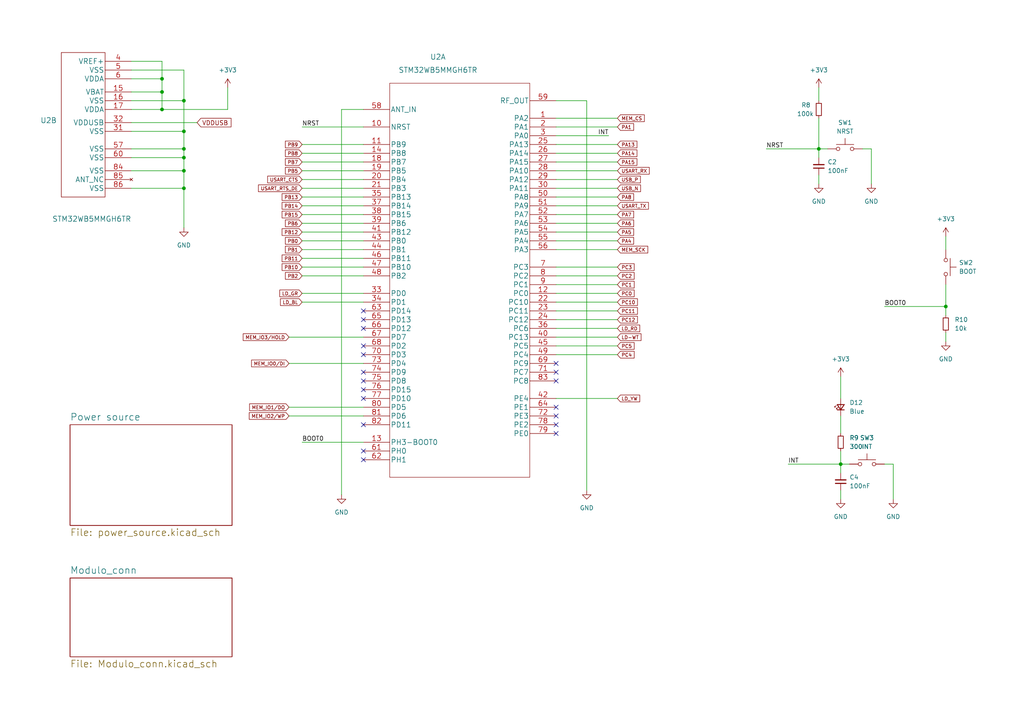
<source format=kicad_sch>
(kicad_sch (version 20211123) (generator eeschema)
  (paper "A4")
  (lib_symbols
    (symbol "Device:C_Small" (pin_numbers hide) (pin_names (offset 0.254) hide)
      (property "Reference" "C" (at 0.254 1.778 0))
      (property "Value" "C_Small" (at 0.254 -2.032 0))
      (symbol "C_Small_0_1"
        (polyline (pts (xy -1.524 -0.508) (xy 1.524 -0.508)) (stroke (width 0.3302)))
        (polyline (pts (xy -1.524 0.508) (xy 1.524 0.508)) (stroke (width 0.3048)))
      )
      (symbol "C_Small_1_1"
        (pin passive line (at 0 2.54 270) (length 2.032) (name "~") (number "1"))
        (pin passive line (at 0 -2.54 90) (length 2.032) (name "~") (number "2"))
      )
    )
    (symbol "Device:LED_Small" (pin_numbers hide) (pin_names (offset 0.254) hide)
      (property "Reference" "D" (at -1.27 3.175 0))
      (property "Value" "LED_Small" (at -4.445 -2.54 0))
      (symbol "LED_Small_0_1"
        (polyline (pts (xy -0.762 -1.016) (xy -0.762 1.016)) (stroke (width 0.254)))
        (polyline (pts (xy 1.016 0) (xy -0.762 0)))
        (polyline (pts (xy 0.762 -1.016) (xy -0.762 0) (xy 0.762 1.016) (xy 0.762 -1.016)) (stroke (width 0.254)))
        (polyline (pts (xy 0 0.762) (xy -0.508 1.27) (xy -0.254 1.27) (xy -0.508 1.27) (xy -0.508 1.016)))
        (polyline (pts (xy 0.508 1.27) (xy 0 1.778) (xy 0.254 1.778) (xy 0 1.778) (xy 0 1.524)))
      )
      (symbol "LED_Small_1_1"
        (pin passive line (at -2.54 0 0) (length 1.778) (name "K") (number "1"))
        (pin passive line (at 2.54 0 180) (length 1.778) (name "A") (number "2"))
      )
    )
    (symbol "Device:R_Small" (pin_numbers hide) (pin_names (offset 0.254) hide)
      (property "Reference" "R" (at 0.762 0.508 0))
      (property "Value" "R_Small" (at 0.762 -1.016 0))
      (symbol "R_Small_0_1"
        (rectangle (start -0.762 1.778) (end 0.762 -1.778) (stroke (width 0.2032)))
      )
      (symbol "R_Small_1_1"
        (pin passive line (at 0 2.54 270) (length 0.762) (name "~") (number "1"))
        (pin passive line (at 0 -2.54 90) (length 0.762) (name "~") (number "2"))
      )
    )
    (symbol "STM32WB5MMGH6TR:STM32WB5MMGH6TR" (pin_names (offset 0.254))
      (property "Reference" "U" (at -5.08 17.78 0))
      (property "Value" "STM32WB5MMGH6TR" (at -5.08 15.24 0))
      (symbol "STM32WB5MMGH6TR_0_1"
        (rectangle (start -5.08 -31.75) (end 7.62 10.16))
      )
      (symbol "STM32WB5MMGH6TR_1_1"
        (polyline (pts (xy 7.62 -106.68) (xy 48.26 -106.68)) (stroke (width 0.127)))
        (polyline (pts (xy 7.62 7.62) (xy 7.62 -106.68)) (stroke (width 0.127)))
        (polyline (pts (xy 48.26 -106.68) (xy 48.26 7.62)) (stroke (width 0.127)))
        (polyline (pts (xy 48.26 7.62) (xy 7.62 7.62)) (stroke (width 0.127)))
        (pin bidirectional line (at 55.88 -2.54 180) (length 7.62) (name "PA2") (number "1"))
        (pin bidirectional line (at 0 -5.08 0) (length 7.62) (name "NRST") (number "10"))
        (pin bidirectional line (at 0 -10.16 0) (length 7.62) (name "PB9") (number "11"))
        (pin bidirectional line (at 55.88 -53.34 180) (length 7.62) (name "PC0") (number "12"))
        (pin bidirectional line (at 0 -96.52 0) (length 7.62) (name "PH3-BOOT0") (number "13"))
        (pin bidirectional line (at 0 -12.7 0) (length 7.62) (name "PB8") (number "14"))
        (pin bidirectional line (at 0 -15.24 0) (length 7.62) (name "PB7") (number "18"))
        (pin bidirectional line (at 0 -17.78 0) (length 7.62) (name "PB5") (number "19"))
        (pin bidirectional line (at 55.88 -5.08 180) (length 7.62) (name "PA1") (number "2"))
        (pin bidirectional line (at 0 -20.32 0) (length 7.62) (name "PB4") (number "20"))
        (pin bidirectional line (at 0 -22.86 0) (length 7.62) (name "PB3") (number "21"))
        (pin bidirectional line (at 55.88 -55.88 180) (length 7.62) (name "PC10") (number "22"))
        (pin bidirectional line (at 55.88 -58.42 180) (length 7.62) (name "PC11") (number "23"))
        (pin bidirectional line (at 55.88 -60.96 180) (length 7.62) (name "PC12") (number "24"))
        (pin bidirectional line (at 55.88 -10.16 180) (length 7.62) (name "PA13") (number "25"))
        (pin bidirectional line (at 55.88 -12.7 180) (length 7.62) (name "PA14") (number "26"))
        (pin bidirectional line (at 55.88 -15.24 180) (length 7.62) (name "PA15") (number "27"))
        (pin bidirectional line (at 55.88 -17.78 180) (length 7.62) (name "PA10") (number "28"))
        (pin bidirectional line (at 55.88 -20.32 180) (length 7.62) (name "PA12") (number "29"))
        (pin bidirectional line (at 55.88 -7.62 180) (length 7.62) (name "PA0") (number "3"))
        (pin bidirectional line (at 55.88 -22.86 180) (length 7.62) (name "PA11") (number "30"))
        (pin bidirectional line (at 0 -53.34 0) (length 7.62) (name "PD0") (number "33"))
        (pin bidirectional line (at 0 -55.88 0) (length 7.62) (name "PD1") (number "34"))
        (pin bidirectional line (at 0 -25.4 0) (length 7.62) (name "PB13") (number "35"))
        (pin bidirectional line (at 55.88 -63.5 180) (length 7.62) (name "PC6") (number "36"))
        (pin bidirectional line (at 0 -27.94 0) (length 7.62) (name "PB14") (number "37"))
        (pin bidirectional line (at 0 -30.48 0) (length 7.62) (name "PB15") (number "38"))
        (pin bidirectional line (at 0 -33.02 0) (length 7.62) (name "PB6") (number "39"))
        (pin bidirectional line (at 55.88 -66.04 180) (length 7.62) (name "PC13") (number "40"))
        (pin bidirectional line (at 0 -35.56 0) (length 7.62) (name "PB12") (number "41"))
        (pin bidirectional line (at 55.88 -83.82 180) (length 7.62) (name "PE4") (number "42"))
        (pin bidirectional line (at 0 -38.1 0) (length 7.62) (name "PB0") (number "43"))
        (pin bidirectional line (at 0 -40.64 0) (length 7.62) (name "PB1") (number "44"))
        (pin bidirectional line (at 55.88 -68.58 180) (length 7.62) (name "PC5") (number "45"))
        (pin bidirectional line (at 0 -43.18 0) (length 7.62) (name "PB11") (number "46"))
        (pin bidirectional line (at 0 -45.72 0) (length 7.62) (name "PB10") (number "47"))
        (pin bidirectional line (at 0 -48.26 0) (length 7.62) (name "PB2") (number "48"))
        (pin bidirectional line (at 55.88 -71.12 180) (length 7.62) (name "PC4") (number "49"))
        (pin bidirectional line (at 55.88 -25.4 180) (length 7.62) (name "PA8") (number "50"))
        (pin bidirectional line (at 55.88 -27.94 180) (length 7.62) (name "PA9") (number "51"))
        (pin bidirectional line (at 55.88 -30.48 180) (length 7.62) (name "PA7") (number "52"))
        (pin bidirectional line (at 55.88 -33.02 180) (length 7.62) (name "PA6") (number "53"))
        (pin bidirectional line (at 55.88 -35.56 180) (length 7.62) (name "PA5") (number "54"))
        (pin bidirectional line (at 55.88 -38.1 180) (length 7.62) (name "PA4") (number "55"))
        (pin bidirectional line (at 55.88 -40.64 180) (length 7.62) (name "PA3") (number "56"))
        (pin input line (at 0 0 0) (length 7.62) (name "ANT_IN") (number "58"))
        (pin output line (at 55.88 2.54 180) (length 7.62) (name "RF_OUT") (number "59"))
        (pin bidirectional line (at 0 -99.06 0) (length 7.62) (name "PH0") (number "61"))
        (pin bidirectional line (at 0 -101.6 0) (length 7.62) (name "PH1") (number "62"))
        (pin bidirectional line (at 0 -58.42 0) (length 7.62) (name "PD14") (number "63"))
        (pin bidirectional line (at 55.88 -86.36 180) (length 7.62) (name "PE1") (number "64"))
        (pin bidirectional line (at 0 -60.96 0) (length 7.62) (name "PD13") (number "65"))
        (pin bidirectional line (at 0 -63.5 0) (length 7.62) (name "PD12") (number "66"))
        (pin bidirectional line (at 0 -66.04 0) (length 7.62) (name "PD7") (number "67"))
        (pin bidirectional line (at 0 -68.58 0) (length 7.62) (name "PD2") (number "68"))
        (pin bidirectional line (at 55.88 -73.66 180) (length 7.62) (name "PC9") (number "69"))
        (pin bidirectional line (at 55.88 -45.72 180) (length 7.62) (name "PC3") (number "7"))
        (pin bidirectional line (at 0 -71.12 0) (length 7.62) (name "PD3") (number "70"))
        (pin bidirectional line (at 55.88 -76.2 180) (length 7.62) (name "PC7") (number "71"))
        (pin bidirectional line (at 55.88 -88.9 180) (length 7.62) (name "PE3") (number "72"))
        (pin bidirectional line (at 0 -73.66 0) (length 7.62) (name "PD4") (number "73"))
        (pin bidirectional line (at 0 -76.2 0) (length 7.62) (name "PD9") (number "74"))
        (pin bidirectional line (at 0 -78.74 0) (length 7.62) (name "PD8") (number "75"))
        (pin bidirectional line (at 0 -81.28 0) (length 7.62) (name "PD15") (number "76"))
        (pin bidirectional line (at 0 -83.82 0) (length 7.62) (name "PD10") (number "77"))
        (pin bidirectional line (at 55.88 -91.44 180) (length 7.62) (name "PE2") (number "78"))
        (pin bidirectional line (at 55.88 -93.98 180) (length 7.62) (name "PE0") (number "79"))
        (pin bidirectional line (at 55.88 -48.26 180) (length 7.62) (name "PC2") (number "8"))
        (pin bidirectional line (at 0 -86.36 0) (length 7.62) (name "PD5") (number "80"))
        (pin bidirectional line (at 0 -88.9 0) (length 7.62) (name "PD6") (number "81"))
        (pin bidirectional line (at 0 -91.44 0) (length 7.62) (name "PD11") (number "82"))
        (pin bidirectional line (at 55.88 -78.74 180) (length 7.62) (name "PC8") (number "83"))
        (pin bidirectional line (at 55.88 -50.8 180) (length 7.62) (name "PC1") (number "9"))
      )
      (symbol "STM32WB5MMGH6TR_2_1"
        (pin power_in line (at -12.7 -1.27 0) (length 7.62) (name "VBAT") (number "15"))
        (pin power_in line (at -12.7 -3.81 0) (length 7.62) (name "VSS") (number "16"))
        (pin power_in line (at -12.7 -6.35 0) (length 7.62) (name "VDDA") (number "17"))
        (pin power_in line (at -12.7 -12.7 0) (length 7.62) (name "VSS") (number "31"))
        (pin power_in line (at -12.7 -10.16 0) (length 7.62) (name "VDDUSB") (number "32"))
        (pin power_in line (at -12.7 7.62 0) (length 7.62) (name "VREF+") (number "4"))
        (pin power_in line (at -12.7 5.08 0) (length 7.62) (name "VSS") (number "5"))
        (pin power_in line (at -12.7 -17.78 0) (length 7.62) (name "VSS") (number "57"))
        (pin power_in line (at -12.7 2.54 0) (length 7.62) (name "VDDA") (number "6"))
        (pin power_in line (at -12.7 -20.32 0) (length 7.62) (name "VSS") (number "60"))
        (pin power_in line (at -12.7 -24.13 0) (length 7.62) (name "VSS") (number "84"))
        (pin no_connect line (at -12.7 -26.67 0) (length 7.62) (name "ANT_NC") (number "85"))
        (pin power_in line (at -12.7 -29.21 0) (length 7.62) (name "VSS") (number "86"))
      )
    )
    (symbol "STM32WB5MMGH6TR_1" (pin_names (offset 0.254))
      (property "Reference" "U" (at -5.08 17.78 0))
      (property "Value" "STM32WB5MMGH6TR_1" (at -5.08 15.24 0))
      (symbol "STM32WB5MMGH6TR_1_1_1"
        (polyline (pts (xy 7.62 -106.68) (xy 48.26 -106.68)) (stroke (width 0.127)))
        (polyline (pts (xy 7.62 7.62) (xy 7.62 -106.68)) (stroke (width 0.127)))
        (polyline (pts (xy 48.26 -106.68) (xy 48.26 7.62)) (stroke (width 0.127)))
        (polyline (pts (xy 48.26 7.62) (xy 7.62 7.62)) (stroke (width 0.127)))
        (pin bidirectional line (at 55.88 -2.54 180) (length 7.62) (name "PA2") (number "1"))
        (pin bidirectional line (at 0 -5.08 0) (length 7.62) (name "NRST") (number "10"))
        (pin bidirectional line (at 0 -10.16 0) (length 7.62) (name "PB9") (number "11"))
        (pin bidirectional line (at 55.88 -53.34 180) (length 7.62) (name "PC0") (number "12"))
        (pin bidirectional line (at 0 -96.52 0) (length 7.62) (name "PH3-BOOT0") (number "13"))
        (pin bidirectional line (at 0 -12.7 0) (length 7.62) (name "PB8") (number "14"))
        (pin bidirectional line (at 0 -15.24 0) (length 7.62) (name "PB7") (number "18"))
        (pin bidirectional line (at 0 -17.78 0) (length 7.62) (name "PB5") (number "19"))
        (pin bidirectional line (at 55.88 -5.08 180) (length 7.62) (name "PA1") (number "2"))
        (pin bidirectional line (at 0 -20.32 0) (length 7.62) (name "PB4") (number "20"))
        (pin bidirectional line (at 0 -22.86 0) (length 7.62) (name "PB3") (number "21"))
        (pin bidirectional line (at 55.88 -55.88 180) (length 7.62) (name "PC10") (number "22"))
        (pin bidirectional line (at 55.88 -58.42 180) (length 7.62) (name "PC11") (number "23"))
        (pin bidirectional line (at 55.88 -60.96 180) (length 7.62) (name "PC12") (number "24"))
        (pin bidirectional line (at 55.88 -10.16 180) (length 7.62) (name "PA13") (number "25"))
        (pin bidirectional line (at 55.88 -12.7 180) (length 7.62) (name "PA14") (number "26"))
        (pin bidirectional line (at 55.88 -15.24 180) (length 7.62) (name "PA15") (number "27"))
        (pin bidirectional line (at 55.88 -17.78 180) (length 7.62) (name "PA10") (number "28"))
        (pin bidirectional line (at 55.88 -20.32 180) (length 7.62) (name "PA12") (number "29"))
        (pin bidirectional line (at 55.88 -7.62 180) (length 7.62) (name "PA0") (number "3"))
        (pin bidirectional line (at 55.88 -22.86 180) (length 7.62) (name "PA11") (number "30"))
        (pin bidirectional line (at 0 -53.34 0) (length 7.62) (name "PD0") (number "33"))
        (pin bidirectional line (at 0 -55.88 0) (length 7.62) (name "PD1") (number "34"))
        (pin bidirectional line (at 0 -25.4 0) (length 7.62) (name "PB13") (number "35"))
        (pin bidirectional line (at 55.88 -63.5 180) (length 7.62) (name "PC6") (number "36"))
        (pin bidirectional line (at 0 -27.94 0) (length 7.62) (name "PB14") (number "37"))
        (pin bidirectional line (at 0 -30.48 0) (length 7.62) (name "PB15") (number "38"))
        (pin bidirectional line (at 0 -33.02 0) (length 7.62) (name "PB6") (number "39"))
        (pin bidirectional line (at 55.88 -66.04 180) (length 7.62) (name "PC13") (number "40"))
        (pin bidirectional line (at 0 -35.56 0) (length 7.62) (name "PB12") (number "41"))
        (pin bidirectional line (at 55.88 -83.82 180) (length 7.62) (name "PE4") (number "42"))
        (pin bidirectional line (at 0 -38.1 0) (length 7.62) (name "PB0") (number "43"))
        (pin bidirectional line (at 0 -40.64 0) (length 7.62) (name "PB1") (number "44"))
        (pin bidirectional line (at 55.88 -68.58 180) (length 7.62) (name "PC5") (number "45"))
        (pin bidirectional line (at 0 -43.18 0) (length 7.62) (name "PB11") (number "46"))
        (pin bidirectional line (at 0 -45.72 0) (length 7.62) (name "PB10") (number "47"))
        (pin bidirectional line (at 0 -48.26 0) (length 7.62) (name "PB2") (number "48"))
        (pin bidirectional line (at 55.88 -71.12 180) (length 7.62) (name "PC4") (number "49"))
        (pin bidirectional line (at 55.88 -25.4 180) (length 7.62) (name "PA8") (number "50"))
        (pin bidirectional line (at 55.88 -27.94 180) (length 7.62) (name "PA9") (number "51"))
        (pin bidirectional line (at 55.88 -30.48 180) (length 7.62) (name "PA7") (number "52"))
        (pin bidirectional line (at 55.88 -33.02 180) (length 7.62) (name "PA6") (number "53"))
        (pin bidirectional line (at 55.88 -35.56 180) (length 7.62) (name "PA5") (number "54"))
        (pin bidirectional line (at 55.88 -38.1 180) (length 7.62) (name "PA4") (number "55"))
        (pin bidirectional line (at 55.88 -40.64 180) (length 7.62) (name "PA3") (number "56"))
        (pin input line (at 0 0 0) (length 7.62) (name "ANT_IN") (number "58"))
        (pin output line (at 55.88 2.54 180) (length 7.62) (name "RF_OUT") (number "59"))
        (pin bidirectional line (at 0 -99.06 0) (length 7.62) (name "PH0") (number "61"))
        (pin bidirectional line (at 0 -101.6 0) (length 7.62) (name "PH1") (number "62"))
        (pin bidirectional line (at 0 -58.42 0) (length 7.62) (name "PD14") (number "63"))
        (pin bidirectional line (at 55.88 -86.36 180) (length 7.62) (name "PE1") (number "64"))
        (pin bidirectional line (at 0 -60.96 0) (length 7.62) (name "PD13") (number "65"))
        (pin bidirectional line (at 0 -63.5 0) (length 7.62) (name "PD12") (number "66"))
        (pin bidirectional line (at 0 -66.04 0) (length 7.62) (name "PD7") (number "67"))
        (pin bidirectional line (at 0 -68.58 0) (length 7.62) (name "PD2") (number "68"))
        (pin bidirectional line (at 55.88 -73.66 180) (length 7.62) (name "PC9") (number "69"))
        (pin bidirectional line (at 55.88 -45.72 180) (length 7.62) (name "PC3") (number "7"))
        (pin bidirectional line (at 0 -71.12 0) (length 7.62) (name "PD3") (number "70"))
        (pin bidirectional line (at 55.88 -76.2 180) (length 7.62) (name "PC7") (number "71"))
        (pin bidirectional line (at 55.88 -88.9 180) (length 7.62) (name "PE3") (number "72"))
        (pin bidirectional line (at 0 -73.66 0) (length 7.62) (name "PD4") (number "73"))
        (pin bidirectional line (at 0 -76.2 0) (length 7.62) (name "PD9") (number "74"))
        (pin bidirectional line (at 0 -78.74 0) (length 7.62) (name "PD8") (number "75"))
        (pin bidirectional line (at 0 -81.28 0) (length 7.62) (name "PD15") (number "76"))
        (pin bidirectional line (at 0 -83.82 0) (length 7.62) (name "PD10") (number "77"))
        (pin bidirectional line (at 55.88 -91.44 180) (length 7.62) (name "PE2") (number "78"))
        (pin bidirectional line (at 55.88 -93.98 180) (length 7.62) (name "PE0") (number "79"))
        (pin bidirectional line (at 55.88 -48.26 180) (length 7.62) (name "PC2") (number "8"))
        (pin bidirectional line (at 0 -86.36 0) (length 7.62) (name "PD5") (number "80"))
        (pin bidirectional line (at 0 -88.9 0) (length 7.62) (name "PD6") (number "81"))
        (pin bidirectional line (at 0 -91.44 0) (length 7.62) (name "PD11") (number "82"))
        (pin bidirectional line (at 55.88 -78.74 180) (length 7.62) (name "PC8") (number "83"))
        (pin bidirectional line (at 55.88 -50.8 180) (length 7.62) (name "PC1") (number "9"))
      )
      (symbol "STM32WB5MMGH6TR_1_2_1"
        (rectangle (start -5.08 -31.75) (end 7.62 10.16))
        (pin power_in line (at -12.7 -1.27 0) (length 7.62) (name "VBAT") (number "15"))
        (pin power_in line (at -12.7 -3.81 0) (length 7.62) (name "VSS") (number "16"))
        (pin power_in line (at -12.7 -6.35 0) (length 7.62) (name "VDDA") (number "17"))
        (pin power_in line (at -12.7 -12.7 0) (length 7.62) (name "VSS") (number "31"))
        (pin power_in line (at -12.7 -10.16 0) (length 7.62) (name "VDDUSB") (number "32"))
        (pin power_in line (at -12.7 7.62 0) (length 7.62) (name "VREF+") (number "4"))
        (pin power_in line (at -12.7 5.08 0) (length 7.62) (name "VSS") (number "5"))
        (pin power_in line (at -12.7 -17.78 0) (length 7.62) (name "VSS") (number "57"))
        (pin power_in line (at -12.7 2.54 0) (length 7.62) (name "VDDA") (number "6"))
        (pin power_in line (at -12.7 -20.32 0) (length 7.62) (name "VSS") (number "60"))
        (pin power_in line (at -12.7 -24.13 0) (length 7.62) (name "VSS") (number "84"))
        (pin no_connect line (at -12.7 -26.67 0) (length 7.62) (name "ANT_NC") (number "85"))
        (pin power_in line (at -12.7 -29.21 0) (length 7.62) (name "VSS") (number "86"))
      )
    )
    (symbol "Switch:SW_Push" (pin_numbers hide) (pin_names (offset 1.016) hide)
      (property "Reference" "SW" (at 1.27 2.54 0))
      (property "Value" "SW_Push" (at 0 -1.524 0))
      (symbol "SW_Push_0_1"
        (circle (center -2.032 0) (radius 0.508))
        (polyline (pts (xy 0 1.27) (xy 0 3.048)))
        (polyline (pts (xy 2.54 1.27) (xy -2.54 1.27)))
        (circle (center 2.032 0) (radius 0.508))
        (pin passive line (at -5.08 0 0) (length 2.54) (name "1") (number "1"))
        (pin passive line (at 5.08 0 180) (length 2.54) (name "2") (number "2"))
      )
    )
    (symbol "power:+3V3" (power) (pin_names (offset 0))
      (property "Value" "+3V3" (at 0 3.556 0))
      (symbol "+3V3_0_1"
        (polyline (pts (xy -0.762 1.27) (xy 0 2.54)))
        (polyline (pts (xy 0 0) (xy 0 2.54)))
        (polyline (pts (xy 0 2.54) (xy 0.762 1.27)))
      )
      (symbol "+3V3_1_1"
        (pin power_in line (at 0 0 90) (length 0) hide (name "+3V3") (number "1"))
      )
    )
    (symbol "power:GND" (power) (pin_names (offset 0))
      (property "Value" "GND" (at 0 -3.81 0))
      (symbol "GND_0_1"
        (polyline (pts (xy 0 0) (xy 0 -1.27) (xy 1.27 -1.27) (xy 0 -2.54) (xy -1.27 -1.27) (xy 0 -1.27)))
      )
      (symbol "GND_1_1"
        (pin power_in line (at 0 0 270) (length 0) hide (name "GND") (number "1"))
      )
    )
  )
  (junction (at 237.49 43.18))
  (junction (at 53.34 38.1))
  (junction (at 53.34 43.18))
  (junction (at 274.32 88.9))
  (junction (at 243.84 134.62))
  (junction (at 46.99 22.86))
  (junction (at 53.34 45.72))
  (junction (at 53.34 29.21))
  (junction (at 46.99 31.75))
  (junction (at 46.99 26.67))
  (junction (at 53.34 49.53))
  (junction (at 53.34 54.61))
  (no_connect (at 105.41 107.95))
  (no_connect (at 105.41 130.81))
  (no_connect (at 161.29 110.49))
  (no_connect (at 161.29 105.41))
  (no_connect (at 105.41 95.25))
  (no_connect (at 105.41 90.17))
  (no_connect (at 105.41 113.03))
  (no_connect (at 105.41 133.35))
  (no_connect (at 105.41 100.33))
  (no_connect (at 105.41 92.71))
  (no_connect (at 161.29 123.19))
  (no_connect (at 161.29 107.95))
  (no_connect (at 161.29 120.65))
  (no_connect (at 161.29 125.73))
  (no_connect (at 105.41 110.49))
  (no_connect (at 105.41 115.57))
  (no_connect (at 105.41 123.19))
  (no_connect (at 161.29 118.11))
  (no_connect (at 105.41 102.87))
  (wire (pts (xy 179.07 57.15) (xy 161.29 57.15)))
  (wire (pts (xy 179.07 115.57) (xy 161.29 115.57)))
  (wire (pts (xy 87.63 57.15) (xy 105.41 57.15)))
  (wire (pts (xy 259.08 134.62) (xy 259.08 144.78)))
  (wire (pts (xy 243.84 120.65) (xy 243.84 125.73)))
  (wire (pts (xy 53.34 54.61) (xy 38.1 54.61)))
  (wire (pts (xy 87.63 54.61) (xy 105.41 54.61)))
  (wire (pts (xy 87.63 64.77) (xy 105.41 64.77)))
  (wire (pts (xy 53.34 49.53) (xy 38.1 49.53)))
  (wire (pts (xy 161.29 29.21) (xy 170.18 29.21)))
  (wire (pts (xy 53.34 29.21) (xy 53.34 38.1)))
  (wire (pts (xy 38.1 17.78) (xy 46.99 17.78)))
  (wire (pts (xy 179.07 82.55) (xy 161.29 82.55)))
  (wire (pts (xy 179.07 72.39) (xy 161.29 72.39)))
  (wire (pts (xy 38.1 20.32) (xy 53.34 20.32)))
  (wire (pts (xy 87.63 85.09) (xy 105.41 85.09)))
  (wire (pts (xy 46.99 31.75) (xy 66.04 31.75)))
  (wire (pts (xy 46.99 22.86) (xy 46.99 26.67)))
  (wire (pts (xy 243.84 130.81) (xy 243.84 134.62)))
  (wire (pts (xy 53.34 54.61) (xy 53.34 66.04)))
  (wire (pts (xy 66.04 25.4) (xy 66.04 31.75)))
  (wire (pts (xy 53.34 29.21) (xy 38.1 29.21)))
  (wire (pts (xy 179.07 62.23) (xy 161.29 62.23)))
  (wire (pts (xy 83.82 120.65) (xy 105.41 120.65)))
  (wire (pts (xy 87.63 69.85) (xy 105.41 69.85)))
  (wire (pts (xy 87.63 41.91) (xy 105.41 41.91)))
  (wire (pts (xy 179.07 64.77) (xy 161.29 64.77)))
  (wire (pts (xy 83.82 105.41) (xy 105.41 105.41)))
  (wire (pts (xy 87.63 46.99) (xy 105.41 46.99)))
  (wire (pts (xy 53.34 45.72) (xy 38.1 45.72)))
  (wire (pts (xy 87.63 128.27) (xy 105.41 128.27)))
  (wire (pts (xy 87.63 77.47) (xy 105.41 77.47)))
  (wire (pts (xy 46.99 17.78) (xy 46.99 22.86)))
  (wire (pts (xy 179.07 54.61) (xy 161.29 54.61)))
  (wire (pts (xy 53.34 38.1) (xy 53.34 43.18)))
  (wire (pts (xy 179.07 69.85) (xy 161.29 69.85)))
  (wire (pts (xy 46.99 26.67) (xy 46.99 31.75)))
  (wire (pts (xy 250.19 43.18) (xy 252.73 43.18)))
  (wire (pts (xy 53.34 45.72) (xy 53.34 49.53)))
  (wire (pts (xy 53.34 43.18) (xy 38.1 43.18)))
  (wire (pts (xy 53.34 43.18) (xy 53.34 45.72)))
  (wire (pts (xy 274.32 88.9) (xy 274.32 91.44)))
  (wire (pts (xy 179.07 59.69) (xy 161.29 59.69)))
  (wire (pts (xy 179.07 85.09) (xy 161.29 85.09)))
  (wire (pts (xy 179.07 92.71) (xy 161.29 92.71)))
  (wire (pts (xy 87.63 49.53) (xy 105.41 49.53)))
  (wire (pts (xy 237.49 34.29) (xy 237.49 43.18)))
  (wire (pts (xy 38.1 26.67) (xy 46.99 26.67)))
  (wire (pts (xy 179.07 90.17) (xy 161.29 90.17)))
  (wire (pts (xy 87.63 80.01) (xy 105.41 80.01)))
  (wire (pts (xy 170.18 29.21) (xy 170.18 142.24)))
  (wire (pts (xy 274.32 82.55) (xy 274.32 88.9)))
  (wire (pts (xy 83.82 97.79) (xy 105.41 97.79)))
  (wire (pts (xy 246.38 134.62) (xy 243.84 134.62)))
  (wire (pts (xy 237.49 43.18) (xy 222.25 43.18)))
  (wire (pts (xy 83.82 118.11) (xy 105.41 118.11)))
  (wire (pts (xy 179.07 77.47) (xy 161.29 77.47)))
  (wire (pts (xy 38.1 22.86) (xy 46.99 22.86)))
  (wire (pts (xy 99.06 31.75) (xy 99.06 143.51)))
  (wire (pts (xy 179.07 97.79) (xy 161.29 97.79)))
  (wire (pts (xy 87.63 62.23) (xy 105.41 62.23)))
  (wire (pts (xy 105.41 31.75) (xy 99.06 31.75)))
  (wire (pts (xy 53.34 49.53) (xy 53.34 54.61)))
  (wire (pts (xy 243.84 134.62) (xy 243.84 137.16)))
  (wire (pts (xy 87.63 36.83) (xy 105.41 36.83)))
  (wire (pts (xy 179.07 80.01) (xy 161.29 80.01)))
  (wire (pts (xy 179.07 100.33) (xy 161.29 100.33)))
  (wire (pts (xy 87.63 67.31) (xy 105.41 67.31)))
  (wire (pts (xy 243.84 134.62) (xy 228.6 134.62)))
  (wire (pts (xy 87.63 87.63) (xy 105.41 87.63)))
  (wire (pts (xy 87.63 52.07) (xy 105.41 52.07)))
  (wire (pts (xy 179.07 67.31) (xy 161.29 67.31)))
  (wire (pts (xy 256.54 88.9) (xy 274.32 88.9)))
  (wire (pts (xy 87.63 72.39) (xy 105.41 72.39)))
  (wire (pts (xy 161.29 39.37) (xy 176.53 39.37)))
  (wire (pts (xy 179.07 102.87) (xy 161.29 102.87)))
  (wire (pts (xy 179.07 44.45) (xy 161.29 44.45)))
  (wire (pts (xy 179.07 36.83) (xy 161.29 36.83)))
  (wire (pts (xy 179.07 95.25) (xy 161.29 95.25)))
  (wire (pts (xy 243.84 142.24) (xy 243.84 144.78)))
  (wire (pts (xy 252.73 43.18) (xy 252.73 53.34)))
  (wire (pts (xy 179.07 49.53) (xy 161.29 49.53)))
  (wire (pts (xy 240.03 43.18) (xy 237.49 43.18)))
  (wire (pts (xy 237.49 50.8) (xy 237.49 53.34)))
  (wire (pts (xy 243.84 109.22) (xy 243.84 115.57)))
  (wire (pts (xy 87.63 44.45) (xy 105.41 44.45)))
  (wire (pts (xy 87.63 59.69) (xy 105.41 59.69)))
  (wire (pts (xy 53.34 20.32) (xy 53.34 29.21)))
  (wire (pts (xy 274.32 68.58) (xy 274.32 72.39)))
  (wire (pts (xy 179.07 87.63) (xy 161.29 87.63)))
  (wire (pts (xy 179.07 41.91) (xy 161.29 41.91)))
  (wire (pts (xy 38.1 31.75) (xy 46.99 31.75)))
  (wire (pts (xy 256.54 134.62) (xy 259.08 134.62)))
  (wire (pts (xy 38.1 35.56) (xy 57.15 35.56)))
  (wire (pts (xy 179.07 52.07) (xy 161.29 52.07)))
  (wire (pts (xy 87.63 74.93) (xy 105.41 74.93)))
  (wire (pts (xy 53.34 38.1) (xy 38.1 38.1)))
  (wire (pts (xy 237.49 43.18) (xy 237.49 45.72)))
  (wire (pts (xy 274.32 96.52) (xy 274.32 99.06)))
  (wire (pts (xy 179.07 46.99) (xy 161.29 46.99)))
  (wire (pts (xy 179.07 34.29) (xy 161.29 34.29)))
  (wire (pts (xy 237.49 25.4) (xy 237.49 29.21)))
  (label "NRST" (at 87.63 36.83 0))
  (label "INT" (at 176.53 39.37 180))
  (label "BOOT0" (at 87.63 128.27 0))
  (label "BOOT0" (at 256.54 88.9 0))
  (label "NRST" (at 222.25 43.18 0))
  (label "INT" (at 228.6 134.62 0))
  (global_label "PC10" (shape input) (at 179.07 87.63 0) (effects (font (size 1 1))) (property "Intersheet References" "${INTERSHEET_REFS}" (effects hide)))
  (global_label "PA5" (shape input) (at 179.07 67.31 0) (effects (font (size 1 1))) (property "Intersheet References" "${INTERSHEET_REFS}" (effects hide)))
  (global_label "PB11" (shape input) (at 87.63 74.93 180) (effects (font (size 1 1))) (property "Intersheet References" "${INTERSHEET_REFS}" (effects hide)))
  (global_label "PB14" (shape input) (at 87.63 59.69 180) (effects (font (size 1 1))) (property "Intersheet References" "${INTERSHEET_REFS}" (effects hide)))
  (global_label "PA8" (shape input) (at 179.07 57.15 0) (effects (font (size 1 1))) (property "Intersheet References" "${INTERSHEET_REFS}" (effects hide)))
  (global_label "LD-WT" (shape input) (at 179.07 97.79 0) (effects (font (size 1 1))) (property "Intersheet References" "${INTERSHEET_REFS}" (effects hide)))
  (global_label "PC12" (shape input) (at 179.07 92.71 0) (effects (font (size 1 1))) (property "Intersheet References" "${INTERSHEET_REFS}" (effects hide)))
  (global_label "PA14" (shape input) (at 179.07 44.45 0) (effects (font (size 1 1))) (property "Intersheet References" "${INTERSHEET_REFS}" (effects hide)))
  (global_label "PB5" (shape input) (at 87.63 49.53 180) (effects (font (size 1 1))) (property "Intersheet References" "${INTERSHEET_REFS}" (effects hide)))
  (global_label "PB10" (shape input) (at 87.63 77.47 180) (effects (font (size 1 1))) (property "Intersheet References" "${INTERSHEET_REFS}" (effects hide)))
  (global_label "MEM_IO3{slash}HOLD" (shape input) (at 83.82 97.79 180) (effects (font (size 1 1))) (property "Intersheet References" "${INTERSHEET_REFS}" (effects hide)))
  (global_label "PB13" (shape input) (at 87.63 57.15 180) (effects (font (size 1 1))) (property "Intersheet References" "${INTERSHEET_REFS}" (effects hide)))
  (global_label "PB15" (shape input) (at 87.63 62.23 180) (effects (font (size 1 1))) (property "Intersheet References" "${INTERSHEET_REFS}" (effects hide)))
  (global_label "USB_N" (shape input) (at 179.07 54.61 0) (effects (font (size 1 1))) (property "Intersheet References" "${INTERSHEET_REFS}" (effects hide)))
  (global_label "MEM_IO2{slash}WP" (shape input) (at 83.82 120.65 180) (effects (font (size 1 1))) (property "Intersheet References" "${INTERSHEET_REFS}" (effects hide)))
  (global_label "PB2" (shape input) (at 87.63 80.01 180) (effects (font (size 1 1))) (property "Intersheet References" "${INTERSHEET_REFS}" (effects hide)))
  (global_label "PA4" (shape input) (at 179.07 69.85 0) (effects (font (size 1 1))) (property "Intersheet References" "${INTERSHEET_REFS}" (effects hide)))
  (global_label "USART_TX" (shape input) (at 179.07 59.69 0) (effects (font (size 1 1))) (property "Intersheet References" "${INTERSHEET_REFS}" (effects hide)))
  (global_label "PB6" (shape input) (at 87.63 64.77 180) (effects (font (size 1 1))) (property "Intersheet References" "${INTERSHEET_REFS}" (effects hide)))
  (global_label "PC1" (shape input) (at 179.07 82.55 0) (effects (font (size 1 1))) (property "Intersheet References" "${INTERSHEET_REFS}" (effects hide)))
  (global_label "MEM_SCK" (shape input) (at 179.07 72.39 0) (effects (font (size 1 1))) (property "Intersheet References" "${INTERSHEET_REFS}" (effects hide)))
  (global_label "PB12" (shape input) (at 87.63 67.31 180) (effects (font (size 1 1))) (property "Intersheet References" "${INTERSHEET_REFS}" (effects hide)))
  (global_label "USART_RX" (shape input) (at 179.07 49.53 0) (effects (font (size 1 1))) (property "Intersheet References" "${INTERSHEET_REFS}" (effects hide)))
  (global_label "LD_BL" (shape input) (at 87.63 87.63 180) (effects (font (size 1 1))) (property "Intersheet References" "${INTERSHEET_REFS}" (effects hide)))
  (global_label "MEM_IO0{slash}DI" (shape input) (at 83.82 105.41 180) (effects (font (size 1 1))) (property "Intersheet References" "${INTERSHEET_REFS}" (effects hide)))
  (global_label "PC11" (shape input) (at 179.07 90.17 0) (effects (font (size 1 1))) (property "Intersheet References" "${INTERSHEET_REFS}" (effects hide)))
  (global_label "PA13" (shape input) (at 179.07 41.91 0) (effects (font (size 1 1))) (property "Intersheet References" "${INTERSHEET_REFS}" (effects hide)))
  (global_label "PC0" (shape input) (at 179.07 85.09 0) (effects (font (size 1 1))) (property "Intersheet References" "${INTERSHEET_REFS}" (effects hide)))
  (global_label "PC5" (shape input) (at 179.07 100.33 0) (effects (font (size 1 1))) (property "Intersheet References" "${INTERSHEET_REFS}" (effects hide)))
  (global_label "MEM_IO1{slash}DO" (shape input) (at 83.82 118.11 180) (effects (font (size 1 1))) (property "Intersheet References" "${INTERSHEET_REFS}" (effects hide)))
  (global_label "PC2" (shape input) (at 179.07 80.01 0) (effects (font (size 1 1))) (property "Intersheet References" "${INTERSHEET_REFS}" (effects hide)))
  (global_label "PC3" (shape input) (at 179.07 77.47 0) (effects (font (size 1 1))) (property "Intersheet References" "${INTERSHEET_REFS}" (effects hide)))
  (global_label "PA7" (shape input) (at 179.07 62.23 0) (effects (font (size 1 1))) (property "Intersheet References" "${INTERSHEET_REFS}" (effects hide)))
  (global_label "VDDUSB" (shape input) (at 57.15 35.56 0) (property "Intersheet References" "${INTERSHEET_REFS}" (effects hide)))
  (global_label "LD_YW" (shape input) (at 179.07 115.57 0) (effects (font (size 1 1))) (property "Intersheet References" "${INTERSHEET_REFS}" (effects hide)))
  (global_label "USART_CTS" (shape input) (at 87.63 52.07 180) (effects (font (size 1 1))) (property "Intersheet References" "${INTERSHEET_REFS}" (effects hide)))
  (global_label "PC4" (shape input) (at 179.07 102.87 0) (effects (font (size 1 1))) (property "Intersheet References" "${INTERSHEET_REFS}" (effects hide)))
  (global_label "LD_GR" (shape input) (at 87.63 85.09 180) (effects (font (size 1 1))) (property "Intersheet References" "${INTERSHEET_REFS}" (effects hide)))
  (global_label "PB0" (shape input) (at 87.63 69.85 180) (effects (font (size 1 1))) (property "Intersheet References" "${INTERSHEET_REFS}" (effects hide)))
  (global_label "PA6" (shape input) (at 179.07 64.77 0) (effects (font (size 1 1))) (property "Intersheet References" "${INTERSHEET_REFS}" (effects hide)))
  (global_label "PB7" (shape input) (at 87.63 46.99 180) (effects (font (size 1 1))) (property "Intersheet References" "${INTERSHEET_REFS}" (effects hide)))
  (global_label "LD_RD" (shape input) (at 179.07 95.25 0) (effects (font (size 1 1))) (property "Intersheet References" "${INTERSHEET_REFS}" (effects hide)))
  (global_label "PB8" (shape input) (at 87.63 44.45 180) (effects (font (size 1 1))) (property "Intersheet References" "${INTERSHEET_REFS}" (effects hide)))
  (global_label "PB1" (shape input) (at 87.63 72.39 180) (effects (font (size 1 1))) (property "Intersheet References" "${INTERSHEET_REFS}" (effects hide)))
  (global_label "USART_RTS_DE" (shape input) (at 87.63 54.61 180) (effects (font (size 1 1))) (property "Intersheet References" "${INTERSHEET_REFS}" (effects hide)))
  (global_label "PA1" (shape input) (at 179.07 36.83 0) (effects (font (size 1 1))) (property "Intersheet References" "${INTERSHEET_REFS}" (effects hide)))
  (global_label "PA15" (shape input) (at 179.07 46.99 0) (effects (font (size 1 1))) (property "Intersheet References" "${INTERSHEET_REFS}" (effects hide)))
  (global_label "USB_P" (shape input) (at 179.07 52.07 0) (effects (font (size 1 1))) (property "Intersheet References" "${INTERSHEET_REFS}" (effects hide)))
  (global_label "MEM_CS" (shape input) (at 179.07 34.29 0) (effects (font (size 1 1))) (property "Intersheet References" "${INTERSHEET_REFS}" (effects hide)))
  (global_label "PB9" (shape input) (at 87.63 41.91 180) (effects (font (size 1 1))) (property "Intersheet References" "${INTERSHEET_REFS}" (effects hide)))
  (symbol (lib_id "power:GND") (at 252.73 53.34 0) (mirror y) (unit 1)
    (property "Reference" "#PWR0108" (effects hide))
    (property "Value" "GND" (at 252.73 58.42 0))
  )
  (symbol (lib_id "Switch:SW_Push") (at 245.11 43.18 0) (unit 1)
    (property "Reference" "SW1" (at 245.11 35.56 0))
    (property "Value" "NRST" (at 245.11 38.1 0))
    (property "Footprint" "Button_Switch_SMD:SW_SPST_TL3305A" (effects hide))
    (property "Manufacturer" "TL3305AF160QG" (effects hide))
  )
  (symbol (lib_id "Switch:SW_Push") (at 251.46 134.62 0) (unit 1)
    (property "Reference" "SW3" (at 251.46 127 0))
    (property "Value" "INT" (at 251.46 129.54 0))
    (property "Footprint" "Button_Switch_SMD:SW_SPST_TL3305A" (effects hide))
    (property "Manufacturer" "TL3305AF160QG" (effects hide))
  )
  (symbol (lib_id "power:GND") (at 243.84 144.78 0) (mirror y) (unit 1)
    (property "Reference" "#PWR0127" (effects hide))
    (property "Value" "GND" (at 243.84 149.86 0))
  )
  (symbol (lib_id "power:+3V3") (at 274.32 68.58 0) (unit 1)
    (property "Reference" "#PWR0125" (effects hide))
    (property "Value" "+3V3" (at 274.32 63.5 0))
  )
  (symbol (lib_id "Device:C_Small") (at 243.84 139.7 180) (unit 1)
    (property "Reference" "C4" (at 246.38 138.4235 0) (effects (justify right)))
    (property "Value" "100nF" (at 246.38 140.9635 0) (effects (justify right)))
    (property "Footprint" "Capacitor_SMD:C_0603_1608Metric" (effects hide))
    (property "Manufacturer" "GMC10X7R104J6R3NT" (effects hide))
  )
  (symbol (lib_id "power:GND") (at 99.06 143.51 0) (unit 1)
    (property "Reference" "#PWR0110" (effects hide))
    (property "Value" "GND" (at 99.06 148.59 0))
  )
  (symbol (lib_id "Device:R_Small") (at 274.32 93.98 0) (unit 1)
    (property "Reference" "R10" (at 276.86 92.7099 0) (effects (justify left)))
    (property "Value" "10k" (at 276.86 95.2499 0) (effects (justify left)))
    (property "Footprint" "Resistor_SMD:R_0603_1608Metric" (effects hide))
    (property "Manufacturer" "RNCP0603FTD10K0" (effects hide))
  )
  (symbol (lib_id "power:GND") (at 274.32 99.06 0) (mirror y) (unit 1)
    (property "Reference" "#PWR0124" (effects hide))
    (property "Value" "GND" (at 274.32 104.14 0))
  )
  (symbol (lib_id "Device:R_Small") (at 237.49 31.75 0) (unit 1)
    (property "Reference" "R8" (at 232.41 30.48 0) (effects (justify left)))
    (property "Value" "100k" (at 231.14 33.02 0) (effects (justify left)))
    (property "Footprint" "Resistor_SMD:R_0603_1608Metric" (effects hide))
    (property "Manufacturer" "CRCW0603100KJNEA" (effects hide))
  )
  (symbol (lib_id "Switch:SW_Push") (at 274.32 77.47 270) (unit 1)
    (property "Reference" "SW2" (at 278.13 76.1999 90) (effects (justify left)))
    (property "Value" "BOOT" (at 278.13 78.7399 90) (effects (justify left)))
    (property "Footprint" "Button_Switch_SMD:SW_SPST_TL3305A" (effects hide))
    (property "Manufacturer" "TL3305AF160QG" (effects hide))
  )
  (symbol (lib_id "power:GND") (at 259.08 144.78 0) (mirror y) (unit 1)
    (property "Reference" "#PWR0126" (effects hide))
    (property "Value" "GND" (at 259.08 149.86 0))
  )
  (symbol (lib_id "power:GND") (at 170.18 142.24 0) (unit 1)
    (property "Reference" "#PWR0111" (effects hide))
    (property "Value" "GND" (at 170.18 147.32 0))
  )
  (symbol (lib_name "STM32WB5MMGH6TR_1") (lib_id "STM32WB5MMGH6TR:STM32WB5MMGH6TR") (at 105.41 31.75 0) (unit 1)
    (property "Reference" "U2" (at 127.0317 16.51 0) (effects (font (size 1.524 1.524))))
    (property "Value" "STM32WB5MMGH6TR" (at 127.0317 20.32 0) (effects (font (size 1.524 1.524))))
    (property "Footprint" "Jon_MV:STM32WB5MMGH6TR" (effects hide))
    (property "Manufacturer" "STM32WB5MMGH6TR" (effects hide))
  )
  (symbol (lib_id "power:+3V3") (at 66.04 25.4 0) (unit 1)
    (property "Reference" "#PWR0128" (effects hide))
    (property "Value" "+3V3" (at 66.04 20.32 0))
  )
  (symbol (lib_id "power:GND") (at 237.49 53.34 0) (mirror y) (unit 1)
    (property "Reference" "#PWR0109" (effects hide))
    (property "Value" "GND" (at 237.49 58.42 0))
  )
  (symbol (lib_id "Device:C_Small") (at 237.49 48.26 180) (unit 1)
    (property "Reference" "C2" (at 240.03 46.9835 0) (effects (justify right)))
    (property "Value" "100nF" (at 240.03 49.5235 0) (effects (justify right)))
    (property "Footprint" "Capacitor_SMD:C_0603_1608Metric" (effects hide))
    (property "Manufacturer" "GMC10X7R104J6R3NT" (effects hide))
  )
  (symbol (lib_id "power:GND") (at 53.34 66.04 0) (mirror y) (unit 1)
    (property "Reference" "#PWR0107" (effects hide))
    (property "Value" "GND" (at 53.34 71.12 0))
  )
  (symbol (lib_id "Device:LED_Small") (at 243.84 118.11 90) (unit 1)
    (property "Reference" "D12" (at 246.38 116.7764 90) (effects (justify right)))
    (property "Value" "Blue" (at 246.38 119.3164 90) (effects (justify right)))
    (property "Footprint" "LED_SMD:LED_0603_1608Metric" (effects hide))
    (property "Manufacturer" "150060BS73220" (effects hide))
  )
  (symbol (lib_id "power:+3V3") (at 243.84 109.22 0) (unit 1)
    (property "Reference" "#PWR0159" (effects hide))
    (property "Value" "+3V3" (at 243.84 104.14 0))
  )
  (symbol (lib_id "STM32WB5MMGH6TR:STM32WB5MMGH6TR") (at 25.4 25.4 0) (mirror y) (unit 2)
    (property "Reference" "U2" (at 16.51 34.925 0) (effects (font (size 1.524 1.524)) (justify left)))
    (property "Value" "STM32WB5MMGH6TR" (at 38.1 63.5 0) (effects (font (size 1.524 1.524)) (justify left)))
    (property "Footprint" "Jon_MV:STM32WB5MMGH6TR" (effects hide))
    (property "Manufacturer" "STM32WB5MMGH6TR" (effects hide))
  )
  (symbol (lib_id "power:+3V3") (at 237.49 25.4 0) (unit 1)
    (property "Reference" "#PWR0158" (effects hide))
    (property "Value" "+3V3" (at 237.49 20.32 0))
  )
  (symbol (lib_id "Device:R_Small") (at 243.84 128.27 0) (unit 1)
    (property "Reference" "R9" (at 246.38 126.9999 0) (effects (justify left)))
    (property "Value" "300" (at 246.38 129.5399 0) (effects (justify left)))
    (property "Footprint" "Resistor_SMD:R_0603_1608Metric" (effects hide))
    (property "Manufacturer" "RC0603FR-07300RL" (effects hide))
  )
  (sheet (at 20.32 123.19) (size 46.99 29.21) (stroke (width 0.1524))
    (property "Sheet name" "Power source" (at 20.32 122.1134 0) (effects (font (size 2 2)) (justify left bottom)))
    (property "Sheet file" "power_source.kicad_sch" (at 20.32 153.2766 0) (effects (font (size 2 2)) (justify left top)))
  )
  (sheet (at 20.32 167.64) (size 46.99 22.86) (stroke (width 0.1524))
    (property "Sheet name" "Modulo_conn" (at 20.32 166.5634 0) (effects (font (size 2 2)) (justify left bottom)))
    (property "Sheet file" "Modulo_conn.kicad_sch" (at 20.32 191.3766 0) (effects (font (size 2 2)) (justify left top)))
  )
)
</source>
